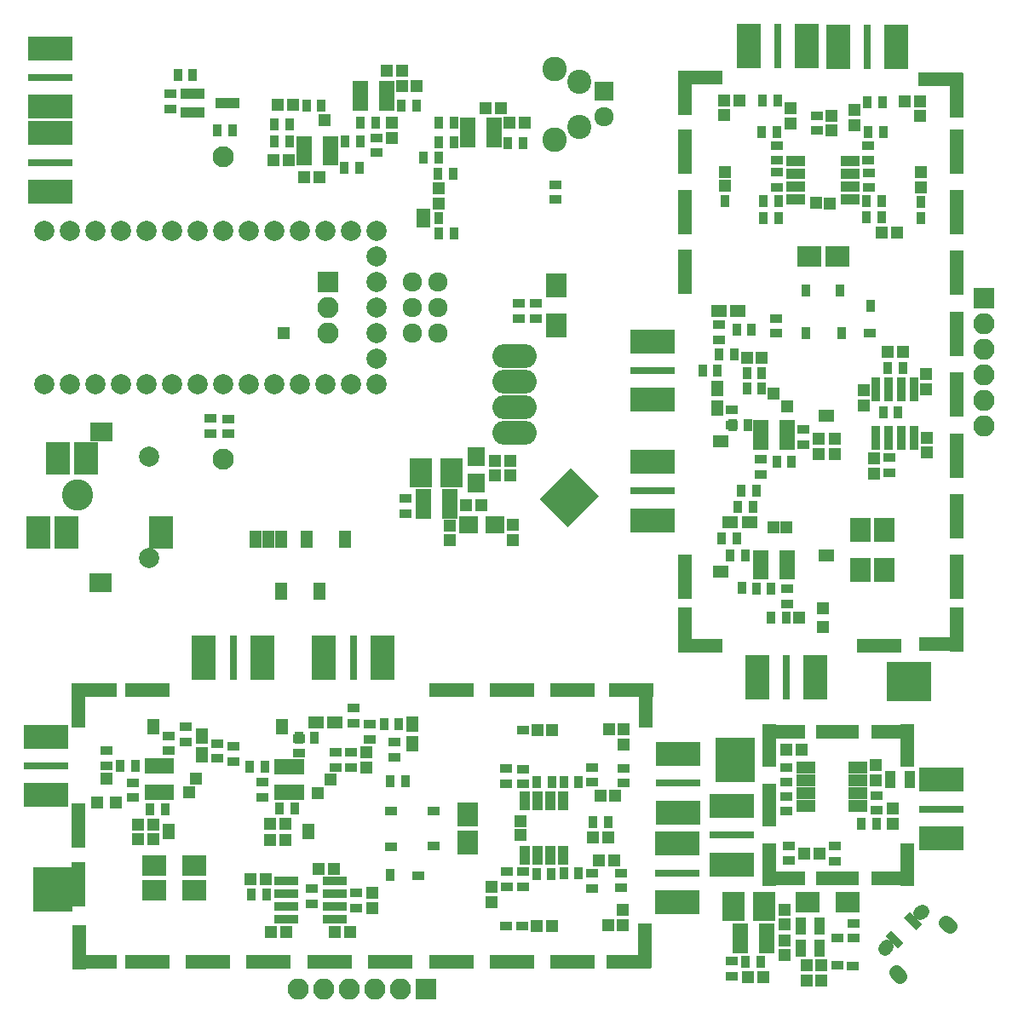
<source format=gbr>
G04 #@! TF.GenerationSoftware,KiCad,Pcbnew,(5.1.5-0-10_14)*
G04 #@! TF.CreationDate,2020-04-08T11:50:53-04:00*
G04 #@! TF.ProjectId,FEA,4645412e-6b69-4636-9164-5f7063625858,rev?*
G04 #@! TF.SameCoordinates,Original*
G04 #@! TF.FileFunction,Soldermask,Top*
G04 #@! TF.FilePolarity,Negative*
%FSLAX46Y46*%
G04 Gerber Fmt 4.6, Leading zero omitted, Abs format (unit mm)*
G04 Created by KiCad (PCBNEW (5.1.5-0-10_14)) date 2020-04-08 11:50:53*
%MOMM*%
%LPD*%
G04 APERTURE LIST*
%ADD10R,0.900000X1.300000*%
%ADD11R,4.440000X1.400000*%
%ADD12R,1.400000X4.440000*%
%ADD13R,2.400000X2.000000*%
%ADD14R,1.150000X1.200000*%
%ADD15R,1.200000X1.150000*%
%ADD16R,1.000000X1.950000*%
%ADD17C,0.100000*%
%ADD18R,1.000000X1.500000*%
%ADD19R,1.150000X1.600000*%
%ADD20R,1.600000X1.150000*%
%ADD21R,1.200000X1.200000*%
%ADD22R,1.300000X1.600000*%
%ADD23R,2.100000X2.100000*%
%ADD24O,2.100000X2.100000*%
%ADD25R,1.300000X0.900000*%
%ADD26R,4.400000X2.400000*%
%ADD27R,4.400000X0.780000*%
%ADD28R,2.400000X4.400000*%
%ADD29R,0.780000X4.400000*%
%ADD30R,2.400000X0.900000*%
%ADD31R,2.000000X2.400000*%
%ADD32R,4.210000X1.400000*%
%ADD33R,1.400000X4.210000*%
%ADD34R,1.100000X1.700000*%
%ADD35R,1.943000X1.162000*%
%ADD36R,1.620000X1.020000*%
%ADD37R,2.200000X2.900000*%
%ADD38C,1.350000*%
%ADD39C,1.400000*%
%ADD40R,1.162000X1.800000*%
%ADD41R,1.400000X1.900000*%
%ADD42R,2.400000X3.200000*%
%ADD43C,3.100000*%
%ADD44R,1.924000X1.924000*%
%ADD45C,1.924000*%
%ADD46R,1.900000X1.700000*%
%ADD47R,1.700000X1.900000*%
%ADD48R,2.400000X1.100000*%
%ADD49R,1.500000X1.000000*%
%ADD50R,2.200000X1.900000*%
%ADD51C,2.000000*%
%ADD52C,2.432000*%
%ADD53C,2.400000*%
%ADD54O,4.400000X2.400000*%
%ADD55C,2.100000*%
%ADD56R,1.950000X1.000000*%
%ADD57R,1.600000X1.300000*%
%ADD58R,0.900000X2.400000*%
G04 APERTURE END LIST*
D10*
X153850000Y-105650000D03*
X152350000Y-105650000D03*
D11*
X110950000Y-96525000D03*
D12*
X104150000Y-98025000D03*
D11*
X105750000Y-96525000D03*
X105750000Y-123525000D03*
D12*
X104250000Y-122025000D03*
X160450000Y-121925000D03*
D11*
X158850000Y-123525000D03*
D12*
X160550000Y-98025000D03*
D11*
X159050000Y-96525000D03*
D12*
X104150000Y-115825000D03*
D11*
X147220000Y-96525000D03*
X153265000Y-96525000D03*
X110950000Y-123495000D03*
X116995000Y-123495000D03*
X123040000Y-123495000D03*
X129085000Y-123495000D03*
X135130000Y-123495000D03*
X141175000Y-123495000D03*
X147220000Y-123495000D03*
X153265000Y-123495000D03*
D12*
X104150000Y-109925000D03*
D11*
X141250000Y-96525000D03*
D13*
X115650000Y-116350000D03*
X111650000Y-116350000D03*
D14*
X133300000Y-116650000D03*
X133300000Y-118150000D03*
D15*
X115850000Y-105300000D03*
D16*
X152305000Y-112925000D03*
X152305000Y-107525000D03*
X151035000Y-112925000D03*
X151035000Y-107525000D03*
X149765000Y-112925000D03*
X149765000Y-107525000D03*
X148495000Y-112925000D03*
X148495000Y-107525000D03*
D17*
G36*
X103550000Y-118500000D02*
G01*
X99650000Y-118500000D01*
X99650000Y-114100000D01*
X103550000Y-114100000D01*
X103550000Y-118500000D01*
G37*
D18*
X125090000Y-106675000D03*
X126040000Y-106675000D03*
X126040000Y-104075000D03*
X125090000Y-104075000D03*
X124140000Y-106675000D03*
X124140000Y-104075000D03*
X111230000Y-104030000D03*
X111230000Y-106630000D03*
X112180000Y-104030000D03*
X113130000Y-104030000D03*
X113130000Y-106630000D03*
X112180000Y-106630000D03*
D13*
X115650000Y-113950000D03*
X111650000Y-113950000D03*
D15*
X115100000Y-106650000D03*
X111555000Y-111305000D03*
X110055000Y-111305000D03*
X111555000Y-109830000D03*
X110055000Y-109830000D03*
D19*
X116390000Y-101030000D03*
X116390000Y-102930000D03*
D15*
X127950000Y-106700000D03*
X124690000Y-109800000D03*
X123190000Y-109800000D03*
X123190000Y-111420000D03*
X124690000Y-111420000D03*
X129150000Y-105350000D03*
D20*
X127750000Y-99740000D03*
X129650000Y-99740000D03*
D14*
X132750000Y-102650000D03*
X132750000Y-104150000D03*
D19*
X137350000Y-101800000D03*
X137350000Y-99900000D03*
D15*
X148110000Y-109550000D03*
X148100000Y-110900000D03*
D14*
X145220000Y-117560000D03*
X145220000Y-116060000D03*
D15*
X156800000Y-111100000D03*
X155300000Y-111100000D03*
X123300000Y-120550000D03*
X124800000Y-120550000D03*
X128000000Y-114300000D03*
X129500000Y-114300000D03*
X131100000Y-120500000D03*
X129600000Y-120500000D03*
X121250000Y-115300000D03*
X122750000Y-115300000D03*
D14*
X149800000Y-100450000D03*
X149700000Y-119950000D03*
X151200000Y-100450000D03*
X151200000Y-119950000D03*
X158300000Y-100400000D03*
X158300000Y-101900000D03*
X158200000Y-119850000D03*
X158200000Y-118350000D03*
X156900000Y-100400000D03*
X156800000Y-119850000D03*
D21*
X106905000Y-105255000D03*
X105955000Y-107655000D03*
X107855000Y-107655000D03*
D22*
X113130000Y-110530000D03*
X111600000Y-100100000D03*
X126950000Y-110550000D03*
X124400000Y-100100000D03*
D23*
X138690000Y-126200000D03*
D24*
X136150000Y-126200000D03*
X133610000Y-126200000D03*
X131070000Y-126200000D03*
X128530000Y-126200000D03*
X125990000Y-126200000D03*
D10*
X135150000Y-114900000D03*
X135150000Y-105550000D03*
X136650000Y-105550000D03*
D25*
X135200000Y-112050000D03*
X135200000Y-108550000D03*
X106905000Y-104005000D03*
X106905000Y-102505000D03*
D10*
X109805000Y-104050000D03*
X108305000Y-104050000D03*
X112730000Y-108330000D03*
X111230000Y-108330000D03*
D25*
X109530000Y-107180000D03*
X109530000Y-105680000D03*
X113130000Y-102530000D03*
X113130000Y-101030000D03*
X114800000Y-100150000D03*
X114800000Y-101650000D03*
X119550000Y-102100000D03*
X119550000Y-103600000D03*
D10*
X121140000Y-104075000D03*
X122640000Y-104075000D03*
X124140000Y-108270000D03*
X125640000Y-108270000D03*
D25*
X122440000Y-105625000D03*
X122440000Y-107125000D03*
X126040000Y-102775000D03*
X126040000Y-101275000D03*
D10*
X127540000Y-101200000D03*
X126040000Y-101200000D03*
D25*
X129700000Y-102650000D03*
X129700000Y-104150000D03*
X131250000Y-102650000D03*
X131250000Y-104150000D03*
X133050000Y-99900000D03*
X133050000Y-101400000D03*
X131450000Y-99750000D03*
X131450000Y-98250000D03*
D10*
X134500000Y-99900000D03*
X136000000Y-99900000D03*
D25*
X135550000Y-101650000D03*
X135550000Y-103150000D03*
X146600000Y-105800000D03*
X146600000Y-104300000D03*
X148320000Y-105830000D03*
X148320000Y-104330000D03*
D10*
X151180000Y-105630000D03*
X149680000Y-105630000D03*
D25*
X158300000Y-105750000D03*
X158300000Y-104250000D03*
X155200000Y-104150000D03*
X155200000Y-105650000D03*
X139450000Y-108520000D03*
X139420000Y-111950000D03*
D10*
X153850000Y-114700000D03*
X152350000Y-114700000D03*
D25*
X155200000Y-114700000D03*
X155200000Y-116200000D03*
X137930000Y-114940000D03*
X158100000Y-116150000D03*
X158100000Y-114650000D03*
D10*
X149640000Y-114760000D03*
X151140000Y-114760000D03*
D25*
X146730000Y-114560000D03*
X146730000Y-116060000D03*
X148290000Y-114560000D03*
X148290000Y-116060000D03*
D10*
X155300000Y-109600000D03*
X156800000Y-109600000D03*
X121300000Y-116800000D03*
X122800000Y-116800000D03*
D25*
X131700000Y-116650000D03*
X131700000Y-118150000D03*
X127300000Y-117700000D03*
X127300000Y-116200000D03*
X146650000Y-119950000D03*
X148300000Y-100450000D03*
X148200000Y-119950000D03*
D26*
X100950000Y-101100000D03*
D27*
X100950000Y-104000000D03*
D26*
X100950000Y-106900000D03*
D28*
X116600000Y-93280000D03*
D29*
X119500000Y-93280000D03*
D28*
X122400000Y-93280000D03*
X128550000Y-93290000D03*
D29*
X131450000Y-93290000D03*
D28*
X134350000Y-93290000D03*
D26*
X163700000Y-108650000D03*
D27*
X163700000Y-105750000D03*
D26*
X163700000Y-102850000D03*
X163650000Y-111750000D03*
D27*
X163650000Y-114650000D03*
D26*
X163650000Y-117550000D03*
D30*
X129600000Y-116730000D03*
X129600000Y-118000000D03*
X129600000Y-119270000D03*
X129600000Y-115460000D03*
X124800000Y-119270000D03*
X124800000Y-118000000D03*
X124800000Y-116730000D03*
X124800000Y-115460000D03*
D25*
X117950000Y-103300000D03*
X117950000Y-101800000D03*
D15*
X156000000Y-107000000D03*
X157500000Y-107000000D03*
X157350000Y-113400000D03*
X155850000Y-113400000D03*
D31*
X142830000Y-108860000D03*
X142810000Y-111640000D03*
D32*
X179600000Y-115185000D03*
X179600000Y-100615000D03*
D33*
X172755000Y-107900000D03*
X172800000Y-102000000D03*
D32*
X174200000Y-100615000D03*
D33*
X172800000Y-113800000D03*
D32*
X174200000Y-115200000D03*
D33*
X186500000Y-102000000D03*
D32*
X185100000Y-100615000D03*
D33*
X186500000Y-113800000D03*
D32*
X185100000Y-115200000D03*
D25*
X179300000Y-112000000D03*
X179300000Y-113500000D03*
X174500000Y-107050000D03*
X174500000Y-108550000D03*
X174500000Y-104150000D03*
X174500000Y-105650000D03*
X183500000Y-106950000D03*
X183500000Y-108450000D03*
D10*
X183450000Y-109800000D03*
X181950000Y-109800000D03*
D14*
X183400000Y-103950000D03*
X183400000Y-105450000D03*
D17*
G36*
X167450000Y-101200000D02*
G01*
X171350000Y-101200000D01*
X171350000Y-105600000D01*
X167450000Y-105600000D01*
X167450000Y-101200000D01*
G37*
D15*
X174500000Y-102400000D03*
X176000000Y-102400000D03*
D26*
X169100000Y-108000000D03*
D27*
X169100000Y-110900000D03*
D26*
X169100000Y-113800000D03*
X189900000Y-111200000D03*
D27*
X189900000Y-108300000D03*
D26*
X189900000Y-105400000D03*
D15*
X177750000Y-112700000D03*
X176250000Y-112700000D03*
X172200000Y-125000000D03*
X170700000Y-125000000D03*
D14*
X174300000Y-118300000D03*
X174300000Y-119800000D03*
X174300000Y-122850000D03*
X174300000Y-121350000D03*
D13*
X180600000Y-117600000D03*
X176600000Y-117600000D03*
D14*
X176500000Y-123850000D03*
X176500000Y-125350000D03*
X178000000Y-123850000D03*
X178000000Y-125350000D03*
D34*
X175900000Y-119900000D03*
X177800000Y-119900000D03*
X177800000Y-122100000D03*
X175900000Y-122100000D03*
D25*
X174750000Y-113450000D03*
X174750000Y-111950000D03*
X169100000Y-123450000D03*
X169100000Y-124950000D03*
D10*
X170450000Y-123500000D03*
X171950000Y-123500000D03*
D25*
X179550000Y-123850000D03*
X181100000Y-123900000D03*
X179600000Y-121150000D03*
X181200000Y-121150000D03*
X181200000Y-119650000D03*
D35*
X181603500Y-108005000D03*
X176396500Y-108005000D03*
X181603500Y-106735000D03*
X176396500Y-106735000D03*
X181603500Y-105465000D03*
X176396500Y-105465000D03*
X181603500Y-104195000D03*
X176396500Y-104195000D03*
D36*
X169900000Y-120200000D03*
X172520000Y-120200000D03*
X172520000Y-121150000D03*
X172520000Y-122100000D03*
X169900000Y-121150000D03*
X169900000Y-122100000D03*
D34*
X184850000Y-105400000D03*
X186750000Y-105400000D03*
D37*
X169200000Y-117950000D03*
X172300000Y-117950000D03*
D14*
X185100000Y-108250000D03*
X185100000Y-109750000D03*
D17*
G36*
X186127728Y-121600521D02*
G01*
X185562043Y-122166206D01*
X184324606Y-120928769D01*
X184890291Y-120363084D01*
X186127728Y-121600521D01*
G37*
G36*
X187966206Y-119762043D02*
G01*
X187400521Y-120327728D01*
X186163084Y-119090291D01*
X186728769Y-118524606D01*
X187966206Y-119762043D01*
G37*
D38*
X184271573Y-122219239D02*
X184483705Y-122007107D01*
X187807107Y-118683705D02*
X188019239Y-118471573D01*
D39*
X185774174Y-124923922D02*
X185385266Y-124535014D01*
X190723922Y-119974174D02*
X190335014Y-119585266D01*
D40*
X124250000Y-86675000D03*
X128060000Y-86675000D03*
X121750000Y-81475000D03*
X123020000Y-81475000D03*
X124290000Y-81475000D03*
X126830000Y-81475000D03*
X130650000Y-81475000D03*
D23*
X128900000Y-55970000D03*
D24*
X128900000Y-58510000D03*
X128900000Y-61050000D03*
D41*
X138425000Y-49575000D03*
D10*
X139925000Y-49575000D03*
D42*
X102075000Y-73425000D03*
X104875000Y-73425000D03*
X100175000Y-80825000D03*
X112375000Y-80825000D03*
X102975000Y-80825000D03*
D43*
X104075000Y-77125000D03*
D31*
X151625000Y-56275000D03*
X151625000Y-60275000D03*
D44*
X156350000Y-36980000D03*
D45*
X156350000Y-39520000D03*
D37*
X138150000Y-74890000D03*
X141250000Y-74890000D03*
D46*
X142870000Y-80070000D03*
X145570000Y-80070000D03*
D47*
X143650000Y-75950000D03*
X143650000Y-73250000D03*
D48*
X115505000Y-37220000D03*
X115505000Y-39120000D03*
X118905000Y-38170000D03*
D36*
X138440000Y-77025000D03*
X141060000Y-77025000D03*
X141060000Y-77975000D03*
X141060000Y-78925000D03*
X138440000Y-77975000D03*
X138440000Y-78925000D03*
D49*
X142825000Y-42025000D03*
X145425000Y-42025000D03*
X142825000Y-41075000D03*
X142825000Y-40125000D03*
X145425000Y-40125000D03*
X145425000Y-41075000D03*
X134775000Y-37425000D03*
X134775000Y-36475000D03*
X132175000Y-36475000D03*
X132175000Y-37425000D03*
X134775000Y-38375000D03*
X132175000Y-38375000D03*
D50*
X106350000Y-85800000D03*
X106450000Y-70850000D03*
D51*
X111150000Y-73250000D03*
X111150000Y-83400000D03*
D49*
X129175000Y-41950000D03*
X126575000Y-41950000D03*
X129175000Y-42900000D03*
X129175000Y-43850000D03*
X126575000Y-43850000D03*
X126575000Y-42900000D03*
D26*
X101375000Y-46950000D03*
D27*
X101375000Y-44050000D03*
D26*
X101375000Y-41150000D03*
X101375000Y-38500000D03*
D27*
X101375000Y-35600000D03*
D26*
X101375000Y-32700000D03*
D52*
X151425000Y-41800000D03*
X151425000Y-34800000D03*
D53*
X153925000Y-40550000D03*
X153925000Y-36050000D03*
D51*
X133760000Y-58500000D03*
X133760000Y-55960000D03*
X133760000Y-53420000D03*
X133760000Y-50880000D03*
X133760000Y-61040000D03*
X133760000Y-63580000D03*
X133760000Y-66120000D03*
X131220000Y-50880000D03*
X128680000Y-50880000D03*
X126140000Y-50880000D03*
X123600000Y-50880000D03*
X121060000Y-50880000D03*
X118520000Y-50880000D03*
X115980000Y-50880000D03*
X113440000Y-50880000D03*
X110900000Y-50880000D03*
X108360000Y-50880000D03*
X105820000Y-50880000D03*
X103280000Y-50880000D03*
X100740000Y-50880000D03*
X131220000Y-66120000D03*
X128680000Y-66120000D03*
X126140000Y-66120000D03*
X123600000Y-66120000D03*
X121060000Y-66120000D03*
X118520000Y-66120000D03*
X115980000Y-66120000D03*
X113440000Y-66120000D03*
X110900000Y-66120000D03*
X108360000Y-66120000D03*
X105820000Y-66120000D03*
X103280000Y-66120000D03*
X100740000Y-66120000D03*
D14*
X141060000Y-80120000D03*
X141060000Y-81620000D03*
D15*
X142670000Y-78140000D03*
X144170000Y-78140000D03*
D14*
X147310000Y-80070000D03*
X147310000Y-81570000D03*
X147025000Y-73675000D03*
X147025000Y-75175000D03*
X145500000Y-73675000D03*
X145500000Y-75175000D03*
X139925000Y-46625000D03*
X139925000Y-48125000D03*
D15*
X146975000Y-40125000D03*
X148475000Y-40125000D03*
X144600000Y-38625000D03*
X146100000Y-38625000D03*
X136275000Y-34950000D03*
X134775000Y-34950000D03*
X136275000Y-36475000D03*
X137775000Y-36475000D03*
X128600000Y-39850000D03*
X123950000Y-38350000D03*
X125450000Y-38350000D03*
X124575000Y-61050000D03*
D14*
X135250000Y-41600000D03*
X135250000Y-40100000D03*
D15*
X123550000Y-43850000D03*
X125050000Y-43850000D03*
X126575000Y-45500000D03*
X128075000Y-45500000D03*
D25*
X136670000Y-77430000D03*
X136670000Y-78930000D03*
X147900000Y-59575000D03*
X147900000Y-58075000D03*
X149575000Y-59575000D03*
X149575000Y-58075000D03*
D10*
X139925000Y-43575000D03*
X138425000Y-43575000D03*
X141400000Y-45150000D03*
X139900000Y-45150000D03*
X139925000Y-42025000D03*
X141425000Y-42025000D03*
X146825000Y-42150000D03*
X148325000Y-42150000D03*
X139925000Y-40125000D03*
X141425000Y-40125000D03*
X137700000Y-38375000D03*
X136200000Y-38375000D03*
X128300000Y-38375000D03*
X126800000Y-38375000D03*
X114005000Y-35395000D03*
X115505000Y-35395000D03*
X119450000Y-40900000D03*
X117950000Y-40900000D03*
D25*
X113255000Y-38745000D03*
X113255000Y-37245000D03*
X151525000Y-46250000D03*
X151525000Y-47750000D03*
X117250000Y-69500000D03*
X117250000Y-71000000D03*
X119025000Y-71025000D03*
X119025000Y-69525000D03*
D10*
X132150000Y-41950000D03*
X130650000Y-41950000D03*
D25*
X133725000Y-41600000D03*
X133725000Y-43100000D03*
D10*
X132175000Y-40100000D03*
X133675000Y-40100000D03*
X123600000Y-40275000D03*
X125100000Y-40275000D03*
X123600000Y-41950000D03*
X125100000Y-41950000D03*
X130575000Y-44550000D03*
X132075000Y-44550000D03*
D17*
G36*
X153101777Y-74415507D02*
G01*
X155859493Y-77173223D01*
X152748223Y-80284493D01*
X149990507Y-77526777D01*
X153101777Y-74415507D01*
G37*
D10*
X141425000Y-51075000D03*
X139925000Y-51075000D03*
D54*
X147475000Y-63310000D03*
X147475000Y-65850000D03*
X147475000Y-68390000D03*
X147475000Y-70930000D03*
D55*
X118550000Y-73500000D03*
X118550000Y-43500000D03*
D45*
X139820000Y-55960000D03*
X139820000Y-58500000D03*
X139820000Y-61040000D03*
X137280000Y-61040000D03*
X137280000Y-58500000D03*
X137280000Y-55960000D03*
D10*
X170050000Y-86300000D03*
D14*
X174500000Y-80350000D03*
D12*
X164425000Y-85250000D03*
D11*
X165925000Y-92050000D03*
D12*
X164425000Y-90450000D03*
X191425000Y-90450000D03*
D11*
X189925000Y-91950000D03*
X189825000Y-35750000D03*
D12*
X191425000Y-37350000D03*
D11*
X165925000Y-35650000D03*
D12*
X164425000Y-37150000D03*
D11*
X183725000Y-92050000D03*
D12*
X164425000Y-48980000D03*
X164425000Y-42935000D03*
X191395000Y-85250000D03*
X191395000Y-79205000D03*
X191395000Y-73160000D03*
X191395000Y-67115000D03*
X191395000Y-61070000D03*
X191395000Y-55025000D03*
X191395000Y-48980000D03*
X191395000Y-42935000D03*
X164425000Y-54950000D03*
D49*
X171930000Y-84970000D03*
X174530000Y-84970000D03*
X171930000Y-84020000D03*
X171930000Y-83070000D03*
X174530000Y-83070000D03*
X174530000Y-84020000D03*
D25*
X173550000Y-42350000D03*
X173550000Y-43850000D03*
D31*
X184250000Y-80550000D03*
X184250000Y-84550000D03*
D15*
X184550000Y-62900000D03*
X186050000Y-62900000D03*
D14*
X173200000Y-80350000D03*
D56*
X180825000Y-43895000D03*
X175425000Y-43895000D03*
X180825000Y-45165000D03*
X175425000Y-45165000D03*
X180825000Y-46435000D03*
X175425000Y-46435000D03*
X180825000Y-47705000D03*
X175425000Y-47705000D03*
D17*
G36*
X188900000Y-93650000D02*
G01*
X188900000Y-97550000D01*
X184500000Y-97550000D01*
X184500000Y-93650000D01*
X188900000Y-93650000D01*
G37*
D49*
X174575000Y-71110000D03*
X174575000Y-70160000D03*
X171975000Y-70160000D03*
X171975000Y-71110000D03*
X174575000Y-72060000D03*
X171975000Y-72060000D03*
D31*
X181850000Y-80550000D03*
X181850000Y-84550000D03*
D20*
X168930000Y-79810000D03*
X170830000Y-79810000D03*
D14*
X174600000Y-68250000D03*
X177700000Y-71510000D03*
X177700000Y-73010000D03*
X179320000Y-73010000D03*
X179320000Y-71510000D03*
X173250000Y-67050000D03*
D19*
X167640000Y-68450000D03*
X167640000Y-66550000D03*
D15*
X170550000Y-63450000D03*
X172050000Y-63450000D03*
D20*
X169700000Y-58850000D03*
X167800000Y-58850000D03*
D14*
X177450000Y-48090000D03*
X178800000Y-48100000D03*
D15*
X185460000Y-50980000D03*
X183960000Y-50980000D03*
D14*
X179000000Y-39400000D03*
X179000000Y-40900000D03*
X188450000Y-72900000D03*
X188450000Y-71400000D03*
X182200000Y-68200000D03*
X182200000Y-66700000D03*
X188400000Y-65100000D03*
X188400000Y-66600000D03*
X183200000Y-74950000D03*
X183200000Y-73450000D03*
D15*
X168350000Y-46400000D03*
X187850000Y-46500000D03*
X168350000Y-45000000D03*
X187850000Y-45000000D03*
X168300000Y-37900000D03*
X169800000Y-37900000D03*
X187750000Y-38000000D03*
X186250000Y-38000000D03*
X168300000Y-39300000D03*
X187750000Y-39400000D03*
D21*
X175755000Y-89295000D03*
X178155000Y-90245000D03*
X178155000Y-88345000D03*
D57*
X178430000Y-83070000D03*
X168000000Y-84700000D03*
X178450000Y-69250000D03*
X168000000Y-71800000D03*
D23*
X194100000Y-57510000D03*
D24*
X194100000Y-60050000D03*
X194100000Y-62590000D03*
X194100000Y-65130000D03*
X194100000Y-67670000D03*
X194100000Y-70210000D03*
D25*
X182800000Y-61050000D03*
X173450000Y-61050000D03*
X173450000Y-59550000D03*
D10*
X179950000Y-61000000D03*
X176450000Y-61000000D03*
X174505000Y-89295000D03*
X173005000Y-89295000D03*
D25*
X174550000Y-86395000D03*
X174550000Y-87895000D03*
D10*
X173000000Y-86400000D03*
X171500000Y-86400000D03*
X170430000Y-83070000D03*
X168930000Y-83070000D03*
X168050000Y-81400000D03*
X169550000Y-81400000D03*
X170000000Y-76650000D03*
X171500000Y-76650000D03*
D25*
X171975000Y-75060000D03*
X171975000Y-73560000D03*
X176170000Y-72060000D03*
X176170000Y-70560000D03*
D10*
X173525000Y-73760000D03*
X175025000Y-73760000D03*
X170675000Y-70160000D03*
X169175000Y-70160000D03*
D25*
X169100000Y-68660000D03*
X169100000Y-70160000D03*
D10*
X170550000Y-66500000D03*
X172050000Y-66500000D03*
X170550000Y-64950000D03*
X172050000Y-64950000D03*
X167800000Y-63150000D03*
X169300000Y-63150000D03*
X167650000Y-64750000D03*
X166150000Y-64750000D03*
D25*
X167800000Y-61700000D03*
X167800000Y-60200000D03*
D10*
X169550000Y-60650000D03*
X171050000Y-60650000D03*
X173700000Y-49600000D03*
X172200000Y-49600000D03*
X173730000Y-47880000D03*
X172230000Y-47880000D03*
D25*
X173530000Y-45020000D03*
X173530000Y-46520000D03*
D10*
X173650000Y-37900000D03*
X172150000Y-37900000D03*
X172050000Y-41000000D03*
X173550000Y-41000000D03*
X176420000Y-56750000D03*
X179850000Y-56780000D03*
D25*
X182600000Y-42350000D03*
X182600000Y-43850000D03*
D10*
X182600000Y-41000000D03*
X184100000Y-41000000D03*
X182840000Y-58270000D03*
X184050000Y-38100000D03*
X182550000Y-38100000D03*
D25*
X182660000Y-46560000D03*
X182660000Y-45060000D03*
D10*
X182460000Y-49470000D03*
X183960000Y-49470000D03*
X182460000Y-47910000D03*
X183960000Y-47910000D03*
D25*
X177500000Y-40900000D03*
X177500000Y-39400000D03*
X184700000Y-74900000D03*
X184700000Y-73400000D03*
D10*
X184550000Y-64500000D03*
X186050000Y-64500000D03*
X185600000Y-68900000D03*
X184100000Y-68900000D03*
X187850000Y-49550000D03*
X168350000Y-47900000D03*
X187850000Y-48000000D03*
D28*
X171600000Y-95250000D03*
D29*
X174500000Y-95250000D03*
D28*
X177400000Y-95250000D03*
D26*
X161180000Y-79600000D03*
D27*
X161180000Y-76700000D03*
D26*
X161180000Y-73800000D03*
X161190000Y-67650000D03*
D27*
X161190000Y-64750000D03*
D26*
X161190000Y-61850000D03*
D28*
X176550000Y-32500000D03*
D29*
X173650000Y-32500000D03*
D28*
X170750000Y-32500000D03*
X179650000Y-32550000D03*
D29*
X182550000Y-32550000D03*
D28*
X185450000Y-32550000D03*
D58*
X184630000Y-66600000D03*
X185900000Y-66600000D03*
X187170000Y-66600000D03*
X183360000Y-66600000D03*
X187170000Y-71400000D03*
X185900000Y-71400000D03*
X184630000Y-71400000D03*
X183360000Y-71400000D03*
D10*
X171200000Y-78250000D03*
X169700000Y-78250000D03*
D14*
X174900000Y-40200000D03*
X174900000Y-38700000D03*
X181300000Y-38850000D03*
X181300000Y-40350000D03*
D13*
X176760000Y-53370000D03*
X179540000Y-53390000D03*
M02*

</source>
